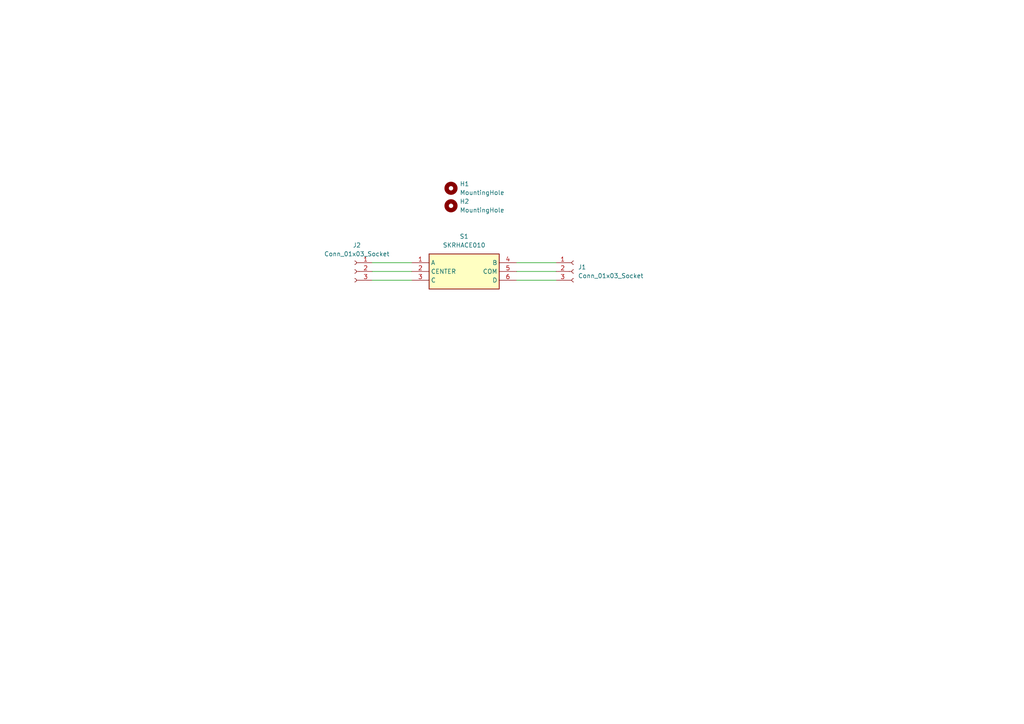
<source format=kicad_sch>
(kicad_sch (version 20230121) (generator eeschema)
  (paper "A4")
  (lib_symbols
    (symbol "Connector:Conn_01x03_Socket" (pin_names (offset 1.016) hide)
      (property "Reference" "J" (at 0 5.08 0))
      (property "Value" "Conn_01x03_Socket" (at 0 -5.08 0))
      (symbol "Conn_01x03_Socket_1_1"
        (arc (start 0 -2.032) (mid -0.5058 -2.54) (end 0 -3.048) (stroke (width 0.1524)))
        (polyline (pts (xy -1.27 -2.54) (xy -0.508 -2.54)) (stroke (width 0.1524)))
        (polyline (pts (xy -1.27 0) (xy -0.508 0)) (stroke (width 0.1524)))
        (polyline (pts (xy -1.27 2.54) (xy -0.508 2.54)) (stroke (width 0.1524)))
        (arc (start 0 0.508) (mid -0.5058 0) (end 0 -0.508) (stroke (width 0.1524)))
        (arc (start 0 3.048) (mid -0.5058 2.54) (end 0 2.032) (stroke (width 0.1524)))
        (pin passive line (at -5.08 2.54 0) (length 3.81) (name "Pin_1") (number "1"))
        (pin passive line (at -5.08 0 0) (length 3.81) (name "Pin_2") (number "2"))
        (pin passive line (at -5.08 -2.54 0) (length 3.81) (name "Pin_3") (number "3"))
      )
    )
    (symbol "Mechanical:MountingHole" (pin_names (offset 1.016))
      (property "Reference" "H" (at 0 5.08 0))
      (property "Value" "MountingHole" (at 0 3.175 0))
      (symbol "MountingHole_0_1"
        (circle (center 0 0) (radius 1.27) (stroke (width 1.27)))
      )
    )
    (symbol "ct-kicad:SKRHACE010"
      (property "Reference" "S" (at 26.67 7.62 0))
      (property "Value" "SKRHACE010" (at 26.67 5.08 0))
      (symbol "SKRHACE010_1_1"
        (rectangle (start 5.08 2.54) (end 25.4 -7.62) (stroke (width 0.254)) (fill (type background)))
        (pin passive line (at 0 0 0) (length 5.08) (name "A") (number "1"))
        (pin passive line (at 0 -2.54 0) (length 5.08) (name "CENTER") (number "2"))
        (pin passive line (at 0 -5.08 0) (length 5.08) (name "C") (number "3"))
        (pin passive line (at 30.48 0 180) (length 5.08) (name "B") (number "4"))
        (pin passive line (at 30.48 -2.54 180) (length 5.08) (name "COM") (number "5"))
        (pin passive line (at 30.48 -5.08 180) (length 5.08) (name "D") (number "6"))
      )
    )
  )
  (wire (pts (xy 107.95 76.2) (xy 119.38 76.2)))
  (wire (pts (xy 107.95 81.28) (xy 119.38 81.28)))
  (wire (pts (xy 149.86 81.28) (xy 161.29 81.28)))
  (wire (pts (xy 149.86 78.74) (xy 161.29 78.74)))
  (wire (pts (xy 107.95 78.74) (xy 119.38 78.74)))
  (wire (pts (xy 149.86 76.2) (xy 161.29 76.2)))
  (symbol (lib_id "Connector:Conn_01x03_Socket") (at 166.37 78.74 0) (unit 1)
    (property "Reference" "J1" (at 167.64 77.47 0) (effects (justify left)))
    (property "Value" "Conn_01x03_Socket" (at 167.64 80.01 0) (effects (justify left)))
    (property "Footprint" "Connector_PinHeader_2.54mm:PinHeader_1x03_P2.54mm_Vertical" (effects hide))
  )
  (symbol (lib_id "Mechanical:MountingHole") (at 130.81 59.69 0) (unit 1)
    (property "Reference" "H2" (at 133.35 58.42 0) (effects (justify left)))
    (property "Value" "MountingHole" (at 133.35 60.96 0) (effects (justify left)))
    (property "Footprint" "MountingHole:MountingHole_3.2mm_M3" (effects hide))
  )
  (symbol (lib_id "Connector:Conn_01x03_Socket") (at 102.87 78.74 0) (mirror y) (unit 1)
    (property "Reference" "J2" (at 103.505 71.12 0))
    (property "Value" "Conn_01x03_Socket" (at 103.505 73.66 0))
    (property "Footprint" "Connector_PinHeader_2.54mm:PinHeader_1x03_P2.54mm_Vertical" (effects hide))
  )
  (symbol (lib_id "ct-kicad:SKRHACE010") (at 119.38 76.2 0) (unit 1)
    (property "Reference" "S1" (at 134.62 68.58 0))
    (property "Value" "SKRHACE010" (at 134.62 71.12 0))
    (property "Footprint" "SKRHAAE010" (effects hide))
    (property "Datasheet" "https://www.alps.com/prod/info/E/HTML/MultiControl/Switch/SKRH/SKRHACE010.html" (effects hide))
    (property "Manufacturer_Name" "ALPS Electric" (effects hide))
    (property "Manufacturer_Part_Number" "SKRHACE010" (effects hide))
    (property "Mouser Part Number" "688-SKRHAC" (effects hide))
    (property "Mouser Price/Stock" "https://www.mouser.co.uk/ProductDetail/Alps-Alpine/SKRHACE010?qs=seHrhfPpLDxjRn0EPRko3g%3D%3D" (effects hide))
  )
  (symbol (lib_id "Mechanical:MountingHole") (at 130.81 54.61 0) (unit 1)
    (property "Reference" "H1" (at 133.35 53.34 0) (effects (justify left)))
    (property "Value" "MountingHole" (at 133.35 55.88 0) (effects (justify left)))
    (property "Footprint" "MountingHole:MountingHole_3.2mm_M3" (effects hide))
  )
)
</source>
